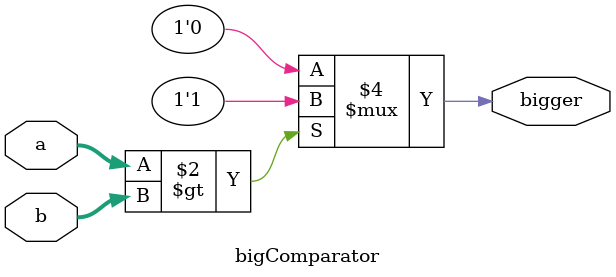
<source format=sv>
module bigComparator #(parameter M = 5) (input wire [M-1:0] a, input wire [M-1:0] b, output reg bigger);

	always @* begin
		if (a > b) begin
        bigger = 1;
      end
      else begin
        bigger = 0;
      end
    end
endmodule 
</source>
